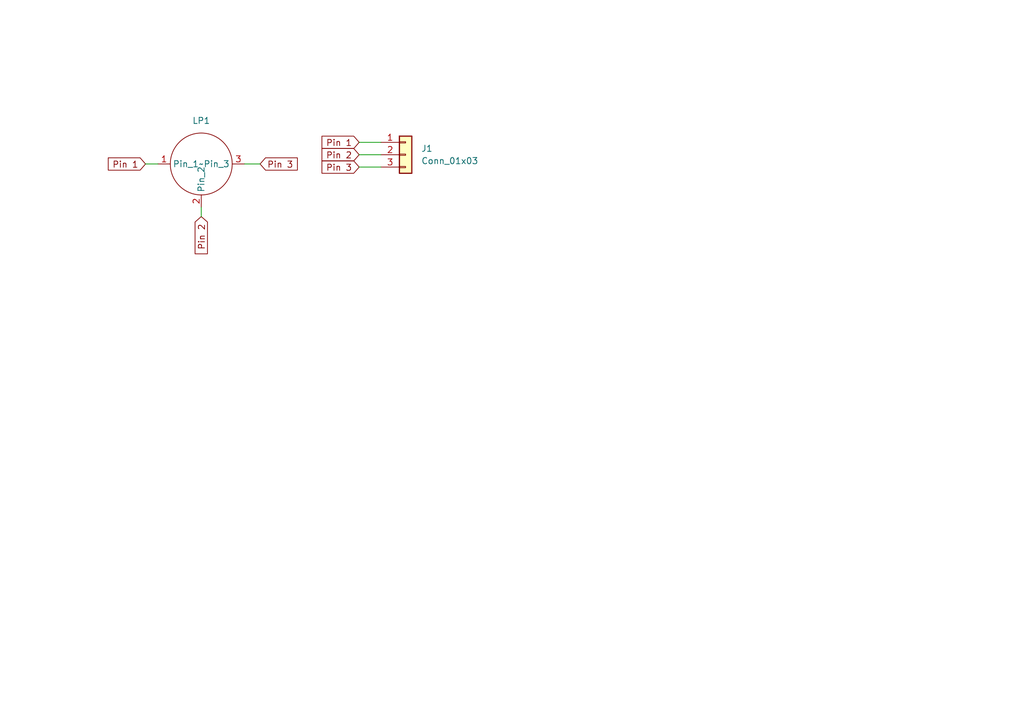
<source format=kicad_sch>
(kicad_sch (version 20230121) (generator eeschema)
  (paper "A5")
  (lib_symbols
    (symbol "CN-Linko LP16 3 Pin:LP16-3P"
      (property "Reference" "LP" (at 0 7.62 0))
      (symbol "LP16-3P_0_1"
        (circle (center 0 0) (radius 6.35))
      )
      (symbol "LP16-3P_1_1"
        (pin bidirectional line (at -8.89 0 0) (length 2.54) (name "Pin_1") (number "1"))
        (pin bidirectional line (at 0 -8.89 90) (length 2.54) (name "Pin_2") (number "2"))
        (pin bidirectional line (at 8.89 0 180) (length 2.54) (name "Pin_3") (number "3"))
      )
    )
    (symbol "Connector_Generic:Conn_01x03" (pin_names (offset 1.016) hide)
      (property "Reference" "J" (at 0 5.08 0))
      (property "Value" "Conn_01x03" (at 0 -5.08 0))
      (symbol "Conn_01x03_1_1"
        (rectangle (start -1.27 -2.413) (end 0 -2.667) (stroke (width 0.1524)))
        (rectangle (start -1.27 0.127) (end 0 -0.127) (stroke (width 0.1524)))
        (rectangle (start -1.27 2.667) (end 0 2.413) (stroke (width 0.1524)))
        (rectangle (start -1.27 3.81) (end 1.27 -3.81) (stroke (width 0.254)) (fill (type background)))
        (pin passive line (at -5.08 2.54 0) (length 3.81) (name "Pin_1") (number "1"))
        (pin passive line (at -5.08 0 0) (length 3.81) (name "Pin_2") (number "2"))
        (pin passive line (at -5.08 -2.54 0) (length 3.81) (name "Pin_3") (number "3"))
      )
    )
  )
  (wire (pts (xy 41.275 44.45) (xy 41.275 42.545)))
  (wire (pts (xy 73.66 34.29) (xy 78.105 34.29)))
  (wire (pts (xy 53.34 33.655) (xy 50.165 33.655)))
  (wire (pts (xy 73.66 31.75) (xy 78.105 31.75)))
  (wire (pts (xy 73.66 29.21) (xy 78.105 29.21)))
  (wire (pts (xy 29.845 33.655) (xy 32.385 33.655)))
  (global_label "Pin 3" (shape input) (at 73.66 34.29 180) (property "Intersheetrefs" "${INTERSHEET_REFS}" (effects hide)))
  (global_label "Pin 3" (shape input) (at 53.34 33.655 0) (property "Intersheetrefs" "${INTERSHEET_REFS}" (effects hide)))
  (global_label "Pin 1" (shape input) (at 73.66 29.21 180) (property "Intersheetrefs" "${INTERSHEET_REFS}" (effects hide)))
  (global_label "Pin 2" (shape input) (at 41.275 44.45 270) (property "Intersheetrefs" "${INTERSHEET_REFS}" (effects hide)))
  (global_label "Pin 1" (shape input) (at 29.845 33.655 180) (property "Intersheetrefs" "${INTERSHEET_REFS}" (effects hide)))
  (global_label "Pin 2" (shape input) (at 73.66 31.75 180) (property "Intersheetrefs" "${INTERSHEET_REFS}" (effects hide)))
  (symbol (lib_id "CN-Linko LP16 3 Pin:LP16-3P") (at 41.275 33.655 0) (unit 1)
    (property "Reference" "LP1" (at 41.275 24.765 0))
    (property "Value" "~" (at 41.275 33.655 0))
    (property "Footprint" "CN-Linko LP16 3 Pin:LP16-3P" (effects hide))
  )
  (symbol (lib_id "Connector_Generic:Conn_01x03") (at 83.185 31.75 0) (unit 1)
    (property "Reference" "J1" (at 86.36 30.48 0) (effects (justify left)))
    (property "Value" "Conn_01x03" (at 86.36 33.02 0) (effects (justify left)))
    (property "Footprint" "Connector_PinHeader_2.54mm:PinHeader_1x03_P2.54mm_Vertical" (effects hide))
  )
)
</source>
